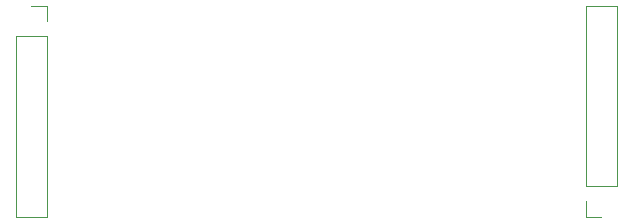
<source format=gbr>
%TF.GenerationSoftware,KiCad,Pcbnew,(5.1.8)-1*%
%TF.CreationDate,2024-01-14T12:38:51+03:00*%
%TF.ProjectId,Toggle,546f6767-6c65-42e6-9b69-6361645f7063,rev?*%
%TF.SameCoordinates,Original*%
%TF.FileFunction,Legend,Bot*%
%TF.FilePolarity,Positive*%
%FSLAX46Y46*%
G04 Gerber Fmt 4.6, Leading zero omitted, Abs format (unit mm)*
G04 Created by KiCad (PCBNEW (5.1.8)-1) date 2024-01-14 12:38:51*
%MOMM*%
%LPD*%
G01*
G04 APERTURE LIST*
%ADD10C,0.120000*%
G04 APERTURE END LIST*
D10*
%TO.C,J1*%
X14030000Y-12005000D02*
X12700000Y-12005000D01*
X14030000Y-13335000D02*
X14030000Y-12005000D01*
X14030000Y-14605000D02*
X11370000Y-14605000D01*
X11370000Y-14605000D02*
X11370000Y-29905000D01*
X14030000Y-14605000D02*
X14030000Y-29905000D01*
X14030000Y-29905000D02*
X11370000Y-29905000D01*
%TO.C,J2*%
X59630000Y-12005000D02*
X62290000Y-12005000D01*
X59630000Y-27305000D02*
X59630000Y-12005000D01*
X62290000Y-27305000D02*
X62290000Y-12005000D01*
X59630000Y-27305000D02*
X62290000Y-27305000D01*
X59630000Y-28575000D02*
X59630000Y-29905000D01*
X59630000Y-29905000D02*
X60960000Y-29905000D01*
%TD*%
M02*

</source>
